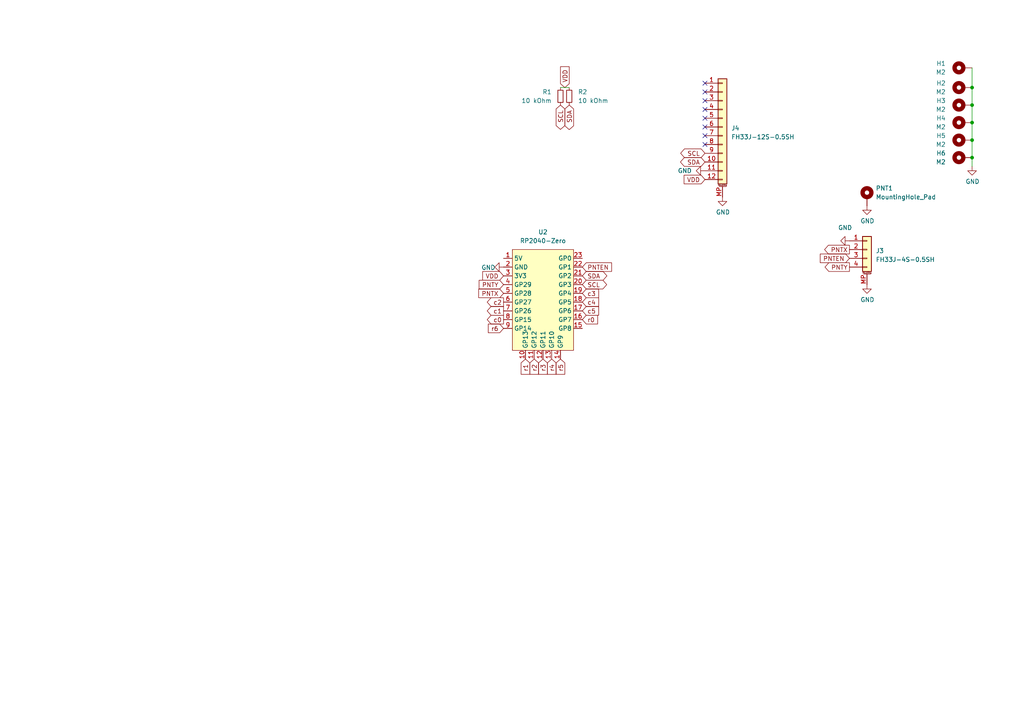
<source format=kicad_sch>
(kicad_sch (version 20211123) (generator eeschema)
  (paper "A4")
  (lib_symbols
    (symbol "Connector_Generic_MountingPin:Conn_01x04_MountingPin" (pin_names (offset 1.016) hide)
      (property "Reference" "J" (at 0 5.08 0))
      (property "Value" "Conn_01x04_MountingPin" (at 1.27 -7.62 0))
      (symbol "Conn_01x04_MountingPin_1_1"
        (rectangle (start -1.27 -4.953) (end 0 -5.207) (stroke (width 0.1524)))
        (rectangle (start -1.27 -2.413) (end 0 -2.667) (stroke (width 0.1524)))
        (rectangle (start -1.27 0.127) (end 0 -0.127) (stroke (width 0.1524)))
        (rectangle (start -1.27 2.667) (end 0 2.413) (stroke (width 0.1524)))
        (rectangle (start -1.27 3.81) (end 1.27 -6.35) (stroke (width 0.254)) (fill (type background)))
        (polyline (pts (xy -1.016 -7.112) (xy 1.016 -7.112)) (stroke (width 0.1524)))
        (text "Mounting" (at 0 -6.731 0) (effects (font (size 0.381 0.381))))
        (pin passive line (at -5.08 2.54 0) (length 3.81) (name "Pin_1") (number "1"))
        (pin passive line (at -5.08 0 0) (length 3.81) (name "Pin_2") (number "2"))
        (pin passive line (at -5.08 -2.54 0) (length 3.81) (name "Pin_3") (number "3"))
        (pin passive line (at -5.08 -5.08 0) (length 3.81) (name "Pin_4") (number "4"))
        (pin passive line (at 0 -10.16 90) (length 3.048) (name "MountPin") (number "MP"))
      )
    )
    (symbol "Connector_Generic_MountingPin:Conn_01x12_MountingPin" (pin_names (offset 1.016) hide)
      (property "Reference" "J" (at 0 15.24 0))
      (property "Value" "Conn_01x12_MountingPin" (at 1.27 -17.78 0))
      (symbol "Conn_01x12_MountingPin_1_1"
        (rectangle (start -1.27 -15.113) (end 0 -15.367) (stroke (width 0.1524)))
        (rectangle (start -1.27 -12.573) (end 0 -12.827) (stroke (width 0.1524)))
        (rectangle (start -1.27 -10.033) (end 0 -10.287) (stroke (width 0.1524)))
        (rectangle (start -1.27 -7.493) (end 0 -7.747) (stroke (width 0.1524)))
        (rectangle (start -1.27 -4.953) (end 0 -5.207) (stroke (width 0.1524)))
        (rectangle (start -1.27 -2.413) (end 0 -2.667) (stroke (width 0.1524)))
        (rectangle (start -1.27 0.127) (end 0 -0.127) (stroke (width 0.1524)))
        (rectangle (start -1.27 2.667) (end 0 2.413) (stroke (width 0.1524)))
        (rectangle (start -1.27 5.207) (end 0 4.953) (stroke (width 0.1524)))
        (rectangle (start -1.27 7.747) (end 0 7.493) (stroke (width 0.1524)))
        (rectangle (start -1.27 10.287) (end 0 10.033) (stroke (width 0.1524)))
        (rectangle (start -1.27 12.827) (end 0 12.573) (stroke (width 0.1524)))
        (rectangle (start -1.27 13.97) (end 1.27 -16.51) (stroke (width 0.254)) (fill (type background)))
        (polyline (pts (xy -1.016 -17.272) (xy 1.016 -17.272)) (stroke (width 0.1524)))
        (text "Mounting" (at 0 -16.891 0) (effects (font (size 0.381 0.381))))
        (pin passive line (at -5.08 12.7 0) (length 3.81) (name "Pin_1") (number "1"))
        (pin passive line (at -5.08 -10.16 0) (length 3.81) (name "Pin_10") (number "10"))
        (pin passive line (at -5.08 -12.7 0) (length 3.81) (name "Pin_11") (number "11"))
        (pin passive line (at -5.08 -15.24 0) (length 3.81) (name "Pin_12") (number "12"))
        (pin passive line (at -5.08 10.16 0) (length 3.81) (name "Pin_2") (number "2"))
        (pin passive line (at -5.08 7.62 0) (length 3.81) (name "Pin_3") (number "3"))
        (pin passive line (at -5.08 5.08 0) (length 3.81) (name "Pin_4") (number "4"))
        (pin passive line (at -5.08 2.54 0) (length 3.81) (name "Pin_5") (number "5"))
        (pin passive line (at -5.08 0 0) (length 3.81) (name "Pin_6") (number "6"))
        (pin passive line (at -5.08 -2.54 0) (length 3.81) (name "Pin_7") (number "7"))
        (pin passive line (at -5.08 -5.08 0) (length 3.81) (name "Pin_8") (number "8"))
        (pin passive line (at -5.08 -7.62 0) (length 3.81) (name "Pin_9") (number "9"))
        (pin passive line (at 0 -20.32 90) (length 3.048) (name "MountPin") (number "MP"))
      )
    )
    (symbol "Device:R_Small" (pin_numbers hide) (pin_names (offset 0.254) hide)
      (property "Reference" "R" (at 0.762 0.508 0))
      (property "Value" "R_Small" (at 0.762 -1.016 0))
      (symbol "R_Small_0_1"
        (rectangle (start -0.762 1.778) (end 0.762 -1.778) (stroke (width 0.2032)))
      )
      (symbol "R_Small_1_1"
        (pin passive line (at 0 2.54 270) (length 0.762) (name "~") (number "1"))
        (pin passive line (at 0 -2.54 90) (length 0.762) (name "~") (number "2"))
      )
    )
    (symbol "Mechanical:MountingHole_Pad" (pin_numbers hide) (pin_names (offset 1.016) hide)
      (property "Reference" "H" (at 0 6.35 0))
      (property "Value" "MountingHole_Pad" (at 0 4.445 0))
      (symbol "MountingHole_Pad_0_1"
        (circle (center 0 1.27) (radius 1.27) (stroke (width 1.27)))
      )
      (symbol "MountingHole_Pad_1_1"
        (pin input line (at 0 -2.54 90) (length 2.54) (name "1") (number "1"))
      )
    )
    (symbol "MountingHole_Pad_1" (pin_numbers hide) (pin_names (offset 1.016) hide)
      (property "Reference" "PNT1" (at 2.54 2.5401 0))
      (property "Value" "MountingHole_Pad_1" (at 2.54 0.0001 0))
      (symbol "MountingHole_Pad_1_0_1"
        (circle (center 0 1.27) (radius 1.27) (stroke (width 1.27)))
      )
      (symbol "MountingHole_Pad_1_1_1"
        (pin input line (at 0 -2.54 90) (length 2.54) (name "MP") (number "MP"))
      )
    )
    (symbol "power:GND" (power) (pin_names (offset 0))
      (property "Value" "GND" (at 0 -3.81 0))
      (symbol "GND_0_1"
        (polyline (pts (xy 0 0) (xy 0 -1.27) (xy 1.27 -1.27) (xy 0 -2.54) (xy -1.27 -1.27) (xy 0 -1.27)))
      )
      (symbol "GND_1_1"
        (pin power_in line (at 0 0 270) (length 0) hide (name "GND") (number "1"))
      )
    )
    (symbol "rp2040-zero:RP2040-Zero"
      (property "Reference" "U?" (at 0 19.05 0))
      (property "Value" "RP2040-Zero" (at 0 16.51 0))
      (symbol "RP2040-Zero_0_1"
        (rectangle (start -8.89 13.97) (end 8.89 -15.24) (fill (type background)))
      )
      (symbol "RP2040-Zero_1_1"
        (pin power_out line (at -11.43 11.43 0) (length 2.54) (name "5V") (number "1"))
        (pin bidirectional line (at -5.08 -17.78 90) (length 2.54) (name "GP13") (number "10"))
        (pin bidirectional line (at -2.54 -17.78 90) (length 2.54) (name "GP12") (number "11"))
        (pin bidirectional line (at 0 -17.78 90) (length 2.54) (name "GP11") (number "12"))
        (pin bidirectional line (at 2.54 -17.78 90) (length 2.54) (name "GP10") (number "13"))
        (pin bidirectional line (at 5.08 -17.78 90) (length 2.54) (name "GP9") (number "14"))
        (pin bidirectional line (at 11.43 -8.89 180) (length 2.54) (name "GP8") (number "15"))
        (pin bidirectional line (at 11.43 -6.35 180) (length 2.54) (name "GP7") (number "16"))
        (pin bidirectional line (at 11.43 -3.81 180) (length 2.54) (name "GP6") (number "17"))
        (pin bidirectional line (at 11.43 -1.27 180) (length 2.54) (name "GP5") (number "18"))
        (pin bidirectional line (at 11.43 1.27 180) (length 2.54) (name "GP4") (number "19"))
        (pin power_in line (at -11.43 8.89 0) (length 2.54) (name "GND") (number "2"))
        (pin bidirectional line (at 11.43 3.81 180) (length 2.54) (name "GP3") (number "20"))
        (pin bidirectional line (at 11.43 6.35 180) (length 2.54) (name "GP2") (number "21"))
        (pin bidirectional line (at 11.43 8.89 180) (length 2.54) (name "GP1") (number "22"))
        (pin bidirectional line (at 11.43 11.43 180) (length 2.54) (name "GP0") (number "23"))
        (pin power_out line (at -11.43 6.35 0) (length 2.54) (name "3V3") (number "3"))
        (pin bidirectional line (at -11.43 3.81 0) (length 2.54) (name "GP29") (number "4"))
        (pin bidirectional line (at -11.43 1.27 0) (length 2.54) (name "GP28") (number "5"))
        (pin bidirectional line (at -11.43 -1.27 0) (length 2.54) (name "GP27") (number "6"))
        (pin bidirectional line (at -11.43 -3.81 0) (length 2.54) (name "GP26") (number "7"))
        (pin bidirectional line (at -11.43 -6.35 0) (length 2.54) (name "GP15") (number "8"))
        (pin bidirectional line (at -11.43 -8.89 0) (length 2.54) (name "GP14") (number "9"))
      )
    )
  )
  (junction (at 281.94 30.48))
  (junction (at 281.94 40.64))
  (junction (at 281.94 25.4))
  (junction (at 281.94 45.72))
  (junction (at 281.94 35.56))
  (no_connect (at 204.47 41.91))
  (no_connect (at 204.47 39.37))
  (no_connect (at 204.47 36.83))
  (no_connect (at 204.47 34.29))
  (no_connect (at 204.47 31.75))
  (no_connect (at 204.47 29.21))
  (no_connect (at 204.47 26.67))
  (no_connect (at 204.47 24.13))
  (wire (pts (xy 281.94 25.4) (xy 281.94 30.48)))
  (wire (pts (xy 281.94 45.72) (xy 281.94 48.26)))
  (wire (pts (xy 281.94 35.56) (xy 281.94 40.64)))
  (wire (pts (xy 281.94 40.64) (xy 281.94 45.72)))
  (wire (pts (xy 162.56 25.4) (xy 165.1 25.4)))
  (wire (pts (xy 281.94 30.48) (xy 281.94 35.56)))
  (wire (pts (xy 281.94 19.685) (xy 281.94 25.4)))
  (global_label "SCL" (shape bidirectional) (at 162.56 30.48 270) (property "Intersheet References" "${INTERSHEET_REFS}" (effects hide)))
  (global_label "PNTX" (shape input) (at 146.05 85.09 180) (property "Intersheet References" "${INTERSHEET_REFS}" (effects hide)))
  (global_label "r1" (shape input) (at 152.4 104.14 270) (property "Intersheet References" "${INTERSHEET_REFS}" (effects hide)))
  (global_label "VDD" (shape input) (at 146.05 80.01 180) (property "Intersheet References" "${INTERSHEET_REFS}" (effects hide)))
  (global_label "c1" (shape output) (at 146.05 90.17 180) (property "Intersheet References" "${INTERSHEET_REFS}" (effects hide)))
  (global_label "c5" (shape input) (at 168.91 90.17 0) (property "Intersheet References" "${INTERSHEET_REFS}" (effects hide)))
  (global_label "VDD" (shape input) (at 204.47 52.07 180) (property "Intersheet References" "${INTERSHEET_REFS}" (effects hide)))
  (global_label "PNTEN" (shape input) (at 246.38 74.93 180) (property "Intersheet References" "${INTERSHEET_REFS}" (effects hide)))
  (global_label "r3" (shape input) (at 157.48 104.14 270) (property "Intersheet References" "${INTERSHEET_REFS}" (effects hide)))
  (global_label "r6" (shape input) (at 146.05 95.25 180) (property "Intersheet References" "${INTERSHEET_REFS}" (effects hide)))
  (global_label "r5" (shape input) (at 162.56 104.14 270) (property "Intersheet References" "${INTERSHEET_REFS}" (effects hide)))
  (global_label "SDA" (shape bidirectional) (at 204.47 46.99 180) (property "Intersheet References" "${INTERSHEET_REFS}" (effects hide)))
  (global_label "VDD" (shape input) (at 163.83 25.4 90) (property "Intersheet References" "${INTERSHEET_REFS}" (effects hide)))
  (global_label "r4" (shape input) (at 160.02 104.14 270) (property "Intersheet References" "${INTERSHEET_REFS}" (effects hide)))
  (global_label "c4" (shape input) (at 168.91 87.63 0) (property "Intersheet References" "${INTERSHEET_REFS}" (effects hide)))
  (global_label "PNTY" (shape output) (at 246.38 77.47 180) (property "Intersheet References" "${INTERSHEET_REFS}" (effects hide)))
  (global_label "SCL" (shape bidirectional) (at 168.91 82.55 0) (property "Intersheet References" "${INTERSHEET_REFS}" (effects hide)))
  (global_label "SDA" (shape bidirectional) (at 168.91 80.01 0) (property "Intersheet References" "${INTERSHEET_REFS}" (effects hide)))
  (global_label "PNTEN" (shape input) (at 168.91 77.47 0) (property "Intersheet References" "${INTERSHEET_REFS}" (effects hide)))
  (global_label "PNTY" (shape input) (at 146.05 82.55 180) (property "Intersheet References" "${INTERSHEET_REFS}" (effects hide)))
  (global_label "c3" (shape input) (at 168.91 85.09 0) (property "Intersheet References" "${INTERSHEET_REFS}" (effects hide)))
  (global_label "r2" (shape input) (at 154.94 104.14 270) (property "Intersheet References" "${INTERSHEET_REFS}" (effects hide)))
  (global_label "SDA" (shape bidirectional) (at 165.1 30.48 270) (property "Intersheet References" "${INTERSHEET_REFS}" (effects hide)))
  (global_label "r0" (shape input) (at 168.91 92.71 0) (property "Intersheet References" "${INTERSHEET_REFS}" (effects hide)))
  (global_label "c2" (shape output) (at 146.05 87.63 180) (property "Intersheet References" "${INTERSHEET_REFS}" (effects hide)))
  (global_label "c0" (shape output) (at 146.05 92.71 180) (property "Intersheet References" "${INTERSHEET_REFS}" (effects hide)))
  (global_label "SCL" (shape bidirectional) (at 204.47 44.45 180) (property "Intersheet References" "${INTERSHEET_REFS}" (effects hide)))
  (global_label "PNTX" (shape output) (at 246.38 72.39 180) (property "Intersheet References" "${INTERSHEET_REFS}" (effects hide)))
  (symbol (lib_id "power:GND") (at 246.38 69.85 270) (unit 1)
    (property "Reference" "#PWR08" (effects hide))
    (property "Value" "GND" (at 245.11 66.04 90))
  )
  (symbol (lib_id "power:GND") (at 204.47 49.53 270) (unit 1)
    (property "Reference" "#PWR04" (effects hide))
    (property "Value" "GND" (at 200.66 49.5299 90) (effects (justify right)))
  )
  (symbol (lib_id "Mechanical:MountingHole_Pad") (at 279.4 35.56 90) (unit 1)
    (property "Reference" "H4" (at 274.32 34.2899 90) (effects (justify left)))
    (property "Value" "M2" (at 274.32 36.8299 90) (effects (justify left)))
    (property "Footprint" "MountingHole:MountingHole_2.2mm_M2_DIN965_Pad" (effects hide))
  )
  (symbol (lib_id "power:GND") (at 209.55 57.15 0) (unit 1)
    (property "Reference" "#PWR06" (effects hide))
    (property "Value" "GND" (at 209.677 61.5442 0))
  )
  (symbol (lib_id "Mechanical:MountingHole_Pad") (at 279.4 40.64 90) (unit 1)
    (property "Reference" "H5" (at 274.32 39.3699 90) (effects (justify left)))
    (property "Value" "M2" (at 274.32 41.9099 90) (effects (justify left)))
    (property "Footprint" "MountingHole:MountingHole_2.2mm_M2_DIN965_Pad" (effects hide))
  )
  (symbol (lib_id "Device:R_Small") (at 162.56 27.94 0) (unit 1)
    (property "Reference" "R1" (at 160.02 26.6699 0) (effects (justify right)))
    (property "Value" "10 kOhm" (at 160.02 29.2099 0) (effects (justify right)))
    (property "Footprint" "Resistor_SMD:R_0402_1005Metric" (effects hide))
    (property "LCSC" "C25744" (effects hide))
  )
  (symbol (lib_id "power:GND") (at 281.94 48.26 0) (unit 1)
    (property "Reference" "#PWR03" (effects hide))
    (property "Value" "GND" (at 282.067 52.6542 0))
  )
  (symbol (lib_name "MountingHole_Pad_1") (lib_id "Mechanical:MountingHole_Pad") (at 251.46 57.15 0) (unit 1)
    (property "Reference" "PNT1" (at 254 54.6099 0) (effects (justify left)))
    (property "Value" "MountingHole_Pad" (at 254 57.1499 0) (effects (justify left)))
    (property "Footprint" "marbastlib-various:PNT_RKJXU1210006" (effects hide))
  )
  (symbol (lib_id "Connector_Generic_MountingPin:Conn_01x12_MountingPin") (at 209.55 36.83 0) (unit 1)
    (property "Reference" "J4" (at 212.09 37.1855 0) (effects (justify left)))
    (property "Value" "FH33J-12S-0.5SH" (at 212.09 39.7255 0) (effects (justify left)))
    (property "Footprint" "marbastlib-various:CON_FH33J-12S-0.5SH" (effects hide))
  )
  (symbol (lib_id "Mechanical:MountingHole_Pad") (at 279.4 30.48 90) (unit 1)
    (property "Reference" "H3" (at 274.32 29.2099 90) (effects (justify left)))
    (property "Value" "M2" (at 274.32 31.7499 90) (effects (justify left)))
    (property "Footprint" "MountingHole:MountingHole_2.2mm_M2_DIN965_Pad" (effects hide))
  )
  (symbol (lib_id "Device:R_Small") (at 165.1 27.94 0) (unit 1)
    (property "Reference" "R2" (at 167.64 26.6699 0) (effects (justify left)))
    (property "Value" "10 kOhm" (at 167.64 29.2099 0) (effects (justify left)))
    (property "Footprint" "Resistor_SMD:R_0402_1005Metric" (effects hide))
    (property "LCSC" "C25744" (effects hide))
  )
  (symbol (lib_id "Mechanical:MountingHole_Pad") (at 279.4 45.72 90) (unit 1)
    (property "Reference" "H6" (at 274.32 44.4499 90) (effects (justify left)))
    (property "Value" "M2" (at 274.32 46.9899 90) (effects (justify left)))
    (property "Footprint" "MountingHole:MountingHole_2.2mm_M2_DIN965_Pad" (effects hide))
  )
  (symbol (lib_id "Mechanical:MountingHole_Pad") (at 279.4 25.4 90) (unit 1)
    (property "Reference" "H2" (at 274.32 24.1299 90) (effects (justify left)))
    (property "Value" "M2" (at 274.32 26.6699 90) (effects (justify left)))
    (property "Footprint" "MountingHole:MountingHole_2.2mm_M2_DIN965_Pad" (effects hide))
  )
  (symbol (lib_id "power:GND") (at 146.05 77.47 270) (unit 1)
    (property "Reference" "#PWR0101" (effects hide))
    (property "Value" "GND" (at 141.6558 77.597 90))
  )
  (symbol (lib_id "rp2040-zero:RP2040-Zero") (at 157.48 86.36 0) (unit 1)
    (property "Reference" "U2" (at 157.48 67.31 0))
    (property "Value" "RP2040-Zero" (at 157.48 69.85 0))
    (property "Footprint" "rp2040-zero:rp2040-zero-back" (effects hide))
  )
  (symbol (lib_id "Mechanical:MountingHole_Pad") (at 279.4 19.685 90) (unit 1)
    (property "Reference" "H1" (at 274.32 18.4149 90) (effects (justify left)))
    (property "Value" "M2" (at 274.32 20.9549 90) (effects (justify left)))
    (property "Footprint" "MountingHole:MountingHole_2.2mm_M2_DIN965_Pad" (effects hide))
  )
  (symbol (lib_id "power:GND") (at 251.46 82.55 0) (unit 1)
    (property "Reference" "#PWR010" (effects hide))
    (property "Value" "GND" (at 251.587 86.9442 0))
  )
  (symbol (lib_id "power:GND") (at 251.46 59.69 0) (unit 1)
    (property "Reference" "#PWR07" (effects hide))
    (property "Value" "GND" (at 251.587 64.0842 0))
  )
  (symbol (lib_id "Connector_Generic_MountingPin:Conn_01x04_MountingPin") (at 251.46 72.39 0) (unit 1)
    (property "Reference" "J3" (at 254 72.7455 0) (effects (justify left)))
    (property "Value" "FH33J-4S-0.5SH" (at 254 75.2855 0) (effects (justify left)))
    (property "Footprint" "marbastlib-various:CON_FH33J-4S-0.5SH" (effects hide))
  )
  (sheet (at 102.87 -33.02) (size 38.1 25.4)
    (property "Sheet name" "matrix" (at 102.87 -33.6555 0) (effects (justify left bottom)))
    (property "Sheet file" "sheet_matrix.kicad_sch" (at 102.87 -7.1115 0) (effects (justify left top)))
  )
)
</source>
